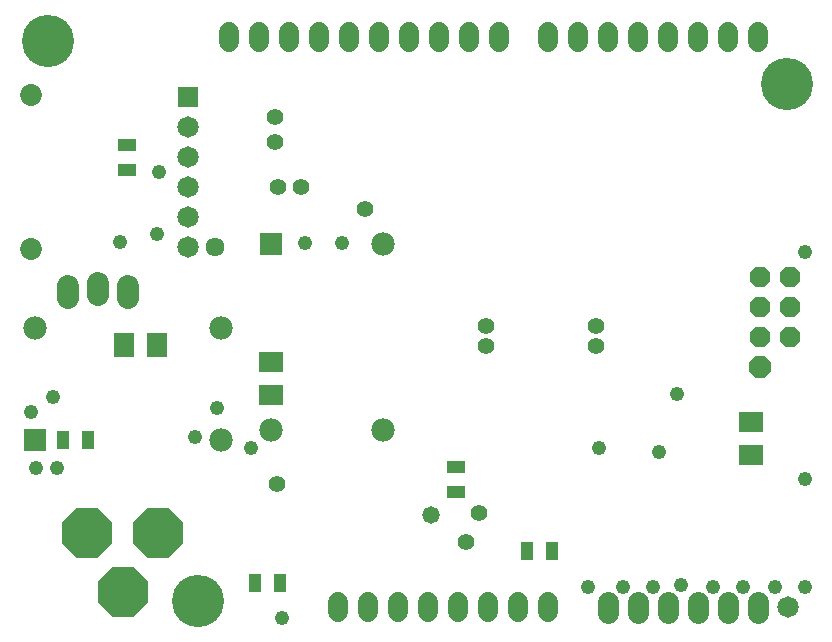
<source format=gbs>
G75*
%MOIN*%
%OFA0B0*%
%FSLAX25Y25*%
%IPPOS*%
%LPD*%
%AMOC8*
5,1,8,0,0,1.08239X$1,22.5*
%
%ADD10C,0.06940*%
%ADD11R,0.04400X0.06300*%
%ADD12C,0.06546*%
%ADD13OC8,0.16548*%
%ADD14C,0.08477*%
%ADD15R,0.07137X0.07137*%
%ADD16C,0.07137*%
%ADD17C,0.05562*%
%ADD18OC8,0.06940*%
%ADD19C,0.07800*%
%ADD20R,0.07800X0.07800*%
%ADD21C,0.06350*%
%ADD22OC8,0.07200*%
%ADD23C,0.07200*%
%ADD24R,0.06300X0.04400*%
%ADD25R,0.07099X0.07887*%
%ADD26R,0.07887X0.07099*%
%ADD27C,0.04762*%
%ADD28C,0.07296*%
%ADD29C,0.17398*%
%ADD30C,0.05800*%
%ADD31C,0.05550*%
D10*
X0221125Y0024283D02*
X0221125Y0027967D01*
X0231125Y0027967D02*
X0231125Y0024283D01*
X0241125Y0024283D02*
X0241125Y0027967D01*
X0251125Y0027967D02*
X0251125Y0024283D01*
X0261125Y0024283D02*
X0261125Y0027967D01*
X0271125Y0027967D02*
X0271125Y0024283D01*
D11*
X0202213Y0044828D03*
X0193920Y0044828D03*
X0111561Y0034223D03*
X0103268Y0034223D03*
X0047771Y0081750D03*
X0039479Y0081750D03*
D12*
X0131125Y0027904D02*
X0131125Y0024456D01*
X0141125Y0024456D02*
X0141125Y0027904D01*
X0151125Y0027904D02*
X0151125Y0024456D01*
X0161125Y0024456D02*
X0161125Y0027904D01*
X0171125Y0027904D02*
X0171125Y0024456D01*
X0181125Y0024456D02*
X0181125Y0027904D01*
X0191125Y0027904D02*
X0191125Y0024456D01*
X0201125Y0024456D02*
X0201125Y0027904D01*
X0201125Y0214401D02*
X0201125Y0217849D01*
X0211125Y0217849D02*
X0211125Y0214401D01*
X0221125Y0214401D02*
X0221125Y0217849D01*
X0231125Y0217849D02*
X0231125Y0214401D01*
X0241125Y0214401D02*
X0241125Y0217849D01*
X0251125Y0217849D02*
X0251125Y0214401D01*
X0261125Y0214401D02*
X0261125Y0217849D01*
X0271125Y0217849D02*
X0271125Y0214401D01*
X0184625Y0214401D02*
X0184625Y0217849D01*
X0174625Y0217849D02*
X0174625Y0214401D01*
X0164625Y0214401D02*
X0164625Y0217849D01*
X0154625Y0217849D02*
X0154625Y0214401D01*
X0144625Y0214401D02*
X0144625Y0217849D01*
X0134625Y0217849D02*
X0134625Y0214401D01*
X0124625Y0214401D02*
X0124625Y0217849D01*
X0114625Y0217849D02*
X0114625Y0214401D01*
X0104625Y0214401D02*
X0104625Y0217849D01*
X0094625Y0217849D02*
X0094625Y0214401D01*
D13*
X0071125Y0050825D03*
X0047525Y0050825D03*
X0059325Y0031125D03*
D14*
X0056325Y0031125D03*
X0062325Y0031125D03*
X0071125Y0047825D03*
X0071125Y0053825D03*
X0047525Y0053825D03*
X0047525Y0047825D03*
D15*
X0081125Y0196125D03*
D16*
X0081125Y0186125D03*
X0081125Y0176125D03*
X0081125Y0166125D03*
X0081125Y0156125D03*
X0081125Y0146125D03*
X0281125Y0026125D03*
D17*
X0178000Y0057376D03*
X0180500Y0113312D03*
X0180500Y0119875D03*
X0217062Y0119875D03*
X0217062Y0113312D03*
X0118625Y0166125D03*
X0111125Y0166125D03*
X0109875Y0181248D03*
X0109875Y0189496D03*
D18*
X0271625Y0136125D03*
X0281625Y0136125D03*
X0281625Y0126125D03*
X0271625Y0126125D03*
X0271625Y0116125D03*
X0281625Y0116125D03*
D19*
X0146184Y0147060D03*
X0092198Y0119309D03*
X0108782Y0085052D03*
X0092198Y0081907D03*
X0146184Y0085052D03*
X0030190Y0119309D03*
D20*
X0030190Y0081907D03*
X0108782Y0147060D03*
D21*
X0089875Y0146125D03*
D22*
X0271625Y0106125D03*
D23*
X0061125Y0129205D02*
X0061125Y0133045D01*
X0051125Y0134045D02*
X0051125Y0130205D01*
X0041125Y0129205D02*
X0041125Y0133045D01*
D24*
X0060812Y0171979D03*
X0060812Y0180271D03*
X0170499Y0072772D03*
X0170499Y0064479D03*
D25*
X0070699Y0113625D03*
X0059676Y0113625D03*
D26*
X0108625Y0107887D03*
X0108625Y0096863D03*
X0268625Y0087887D03*
X0268625Y0076863D03*
D27*
X0286750Y0068938D03*
X0286750Y0033000D03*
X0276750Y0033000D03*
X0266125Y0033000D03*
X0256125Y0033000D03*
X0245525Y0033400D03*
X0236125Y0033000D03*
X0226125Y0033000D03*
X0214250Y0033000D03*
X0218000Y0079250D03*
X0238000Y0078000D03*
X0243937Y0097062D03*
X0286750Y0144563D03*
X0132375Y0147375D03*
X0119875Y0147375D03*
X0071438Y0171125D03*
X0070813Y0150500D03*
X0058312Y0148000D03*
X0036125Y0096125D03*
X0028625Y0091125D03*
X0030500Y0072375D03*
X0037375Y0072375D03*
X0083313Y0083000D03*
X0090812Y0092375D03*
X0102062Y0079250D03*
X0112375Y0022375D03*
D28*
X0028625Y0145500D03*
X0028625Y0196750D03*
D29*
X0034254Y0214939D03*
X0084270Y0028316D03*
X0280583Y0200559D03*
D30*
X0162063Y0056750D03*
D31*
X0173674Y0047698D03*
X0110841Y0067079D03*
X0139875Y0158938D03*
M02*

</source>
